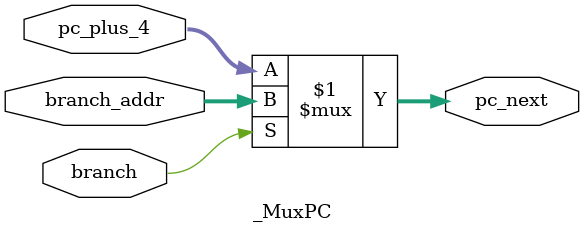
<source format=v>
module _MuxPC(
    input wire branch,               // Señal de control (BranchTaken)
    input wire [31:0] pc_plus_4,     // PC + 4
    input wire [31:0] branch_addr,   // PC + 4 + (SE << 2)
    output wire [31:0] pc_next       // Salida al PC
);

    assign pc_next = (branch) ? branch_addr : pc_plus_4;

endmodule

</source>
